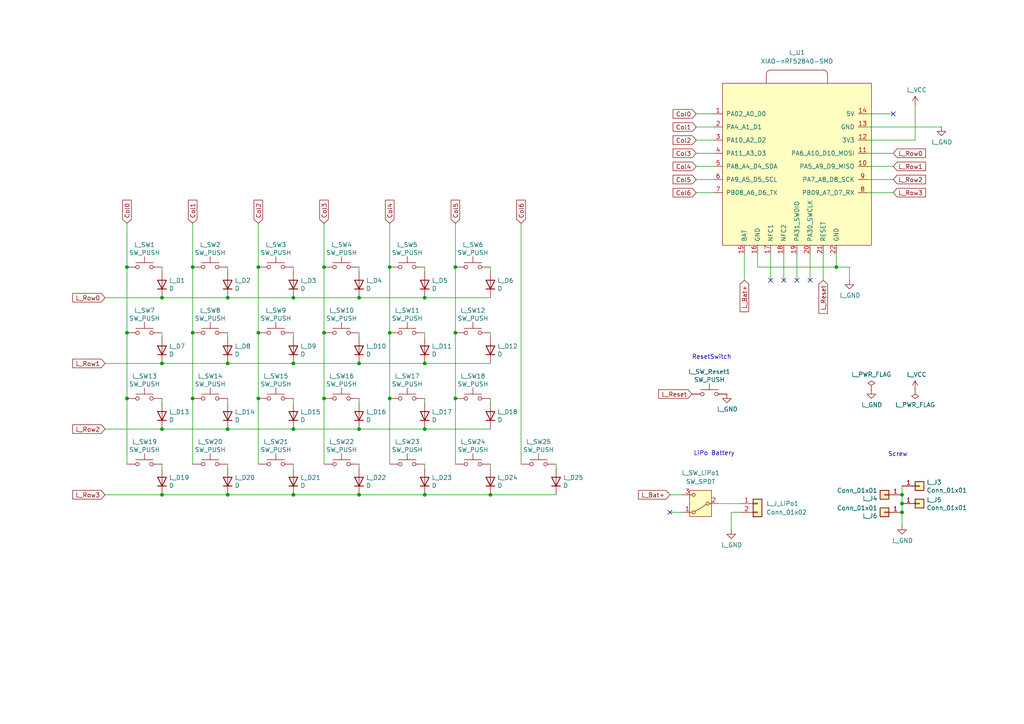
<source format=kicad_sch>
(kicad_sch (version 20231120) (generator "eeschema") (generator_version "8.0")
  (paper "A4")
  (title_block (title "poached_eggs_left") (date "2024-08-18") (rev "0") (company "omuken"))
  (lib_symbols
    (symbol "Connector_Generic:Conn_01x01" (pin_names (offset 1.016) hide)
      (property "Reference" "J" (at 0 2.54 0))
      (property "Value" "Conn_01x01" (at 0 -2.54 0))
      (symbol "Conn_01x01_1_1"
        (rectangle (start -1.27 0.127) (end 0 -0.127) (stroke (width 0.1524)))
        (rectangle (start -1.27 1.27) (end 1.27 -1.27) (stroke (width 0.254)) (fill (type background)))
        (pin passive line (at -5.08 0 0) (length 3.81) (name "Pin_1") (number "1"))
      )
    )
    (symbol "Connector_Generic:Conn_01x02" (pin_names (offset 1.016) hide)
      (property "Reference" "J" (at 0 2.54 0))
      (property "Value" "Conn_01x02" (at 0 -5.08 0))
      (symbol "Conn_01x02_1_1"
        (rectangle (start -1.27 -2.413) (end 0 -2.667) (stroke (width 0.1524)))
        (rectangle (start -1.27 0.127) (end 0 -0.127) (stroke (width 0.1524)))
        (rectangle (start -1.27 1.27) (end 1.27 -3.81) (stroke (width 0.254)) (fill (type background)))
        (pin passive line (at -5.08 0 0) (length 3.81) (name "Pin_1") (number "1"))
        (pin passive line (at -5.08 -2.54 0) (length 3.81) (name "Pin_2") (number "2"))
      )
    )
    (symbol "Device:D" (pin_numbers hide) (pin_names (offset 1.016) hide)
      (property "Reference" "D" (at 0 2.54 0))
      (property "Value" "D" (at 0 -2.54 0))
      (symbol "D_0_1"
        (polyline (pts (xy -1.27 1.27) (xy -1.27 -1.27)) (stroke (width 0.254)))
        (polyline (pts (xy 1.27 0) (xy -1.27 0)))
        (polyline (pts (xy 1.27 1.27) (xy 1.27 -1.27) (xy -1.27 0) (xy 1.27 1.27)) (stroke (width 0.254)))
      )
      (symbol "D_1_1"
        (pin passive line (at -3.81 0 0) (length 2.54) (name "K") (number "1"))
        (pin passive line (at 3.81 0 180) (length 2.54) (name "A") (number "2"))
      )
    )
    (symbol "MCU_SEEED_XIAO_Series:XIAO-nRF52840-SMD" (pin_names (offset 1.016))
      (property "Reference" "U" (at -22.098 21.336 0))
      (property "Value" "XIAO-nRF52840-SMD" (at -11.176 -35.052 0))
      (symbol "XIAO-nRF52840-SMD_1_1"
        (rectangle (start -21.59 20.32) (end 21.59 -26.67) (fill (type background)))
        (arc (start -7.62 24.13) (mid -8.518 23.758) (end -8.89 22.86))
        (polyline (pts (xy -8.89 22.86) (xy -8.89 20.32)))
        (polyline (pts (xy -7.62 24.13) (xy 7.62 24.13)))
        (polyline (pts (xy 8.89 22.86) (xy 8.89 20.32)))
        (arc (start 7.62 24.13) (mid 7.62 24.13) (end 7.62 24.13))
        (arc (start 8.89 22.86) (mid 8.518 23.758) (end 7.62 24.13))
        (arc (start 8.89 22.86) (mid 8.89 22.86) (end 8.89 22.86))
        (pin passive line (at -24.13 11.43 0) (length 2.54) (name "PA02_A0_D0") (number "1"))
        (pin passive line (at 20.32 -3.81 180) (length 2.54) (name "PA5_A9_D9_MISO") (number "10"))
        (pin passive line (at 20.32 0 180) (length 2.54) (name "PA6_A10_D10_MOSI") (number "11"))
        (pin passive line (at 20.32 3.81 180) (length 2.54) (name "3V3") (number "12"))
        (pin passive line (at 20.32 7.62 180) (length 2.54) (name "GND") (number "13"))
        (pin passive line (at 20.32 11.43 180) (length 2.54) (name "5V") (number "14"))
        (pin passive line (at -15.24 -29.21 90) (length 2.54) (name "BAT") (number "15"))
        (pin passive line (at -11.43 -29.21 90) (length 2.54) (name "GND") (number "16"))
        (pin passive line (at -7.62 -29.21 90) (length 2.54) (name "NFC1") (number "17"))
        (pin passive line (at -3.81 -29.21 90) (length 2.54) (name "NFC2") (number "18"))
        (pin passive line (at 0 -29.21 90) (length 2.54) (name "PA31_SWDIO") (number "19"))
        (pin passive line (at -24.13 7.62 0) (length 2.54) (name "PA4_A1_D1") (number "2"))
        (pin passive line (at 3.81 -29.21 90) (length 2.54) (name "PA30_SWCLK") (number "20"))
        (pin passive line (at 7.62 -29.21 90) (length 2.54) (name "RESET") (number "21"))
        (pin passive line (at 11.43 -29.21 90) (length 2.54) (name "GND") (number "22"))
        (pin passive line (at -24.13 3.81 0) (length 2.54) (name "PA10_A2_D2") (number "3"))
        (pin passive line (at -24.13 0 0) (length 2.54) (name "PA11_A3_D3") (number "4"))
        (pin passive line (at -24.13 -3.81 0) (length 2.54) (name "PA8_A4_D4_SDA") (number "5"))
        (pin passive line (at -24.13 -7.62 0) (length 2.54) (name "PA9_A5_D5_SCL") (number "6"))
        (pin passive line (at -24.13 -11.43 0) (length 2.54) (name "PB08_A6_D6_TX") (number "7"))
        (pin passive line (at 20.32 -11.43 180) (length 2.54) (name "PB09_A7_D7_RX") (number "8"))
        (pin passive line (at 20.32 -7.62 180) (length 2.54) (name "PA7_A8_D8_SCK") (number "9"))
      )
    )
    (symbol "Switch:SW_Push" (pin_numbers hide) (pin_names (offset 1.016) hide)
      (property "Reference" "SW" (at 1.27 2.54 0))
      (property "Value" "SW_Push" (at 0 -1.524 0))
      (symbol "SW_Push_0_1"
        (circle (center -2.032 0) (radius 0.508))
        (polyline (pts (xy 0 1.27) (xy 0 3.048)))
        (polyline (pts (xy 2.54 1.27) (xy -2.54 1.27)))
        (circle (center 2.032 0) (radius 0.508))
        (pin passive line (at -5.08 0 0) (length 2.54) (name "1") (number "1"))
        (pin passive line (at 5.08 0 180) (length 2.54) (name "2") (number "2"))
      )
    )
    (symbol "Switch:SW_SPDT" (pin_names (offset 0) hide)
      (property "Reference" "SW" (at 0 5.08 0))
      (property "Value" "SW_SPDT" (at 0 -5.08 0))
      (symbol "SW_SPDT_0_1"
        (circle (center -2.032 0) (radius 0.4572))
        (polyline (pts (xy -1.651 0.254) (xy 1.651 2.286)))
        (circle (center 2.032 -2.54) (radius 0.4572))
        (circle (center 2.032 2.54) (radius 0.4572))
      )
      (symbol "SW_SPDT_1_1"
        (rectangle (start -3.175 3.81) (end 3.175 -3.81) (fill (type background)))
        (pin passive line (at 5.08 2.54 180) (length 2.54) (name "A") (number "1"))
        (pin passive line (at -5.08 0 0) (length 2.54) (name "B") (number "2"))
        (pin passive line (at 5.08 -2.54 180) (length 2.54) (name "C") (number "3"))
      )
    )
    (symbol "power:GND" (power) (pin_numbers hide) (pin_names (offset 0) hide)
      (property "Value" "GND" (at 0 -3.81 0))
      (symbol "GND_0_1"
        (polyline (pts (xy 0 0) (xy 0 -1.27) (xy 1.27 -1.27) (xy 0 -2.54) (xy -1.27 -1.27) (xy 0 -1.27)))
      )
      (symbol "GND_1_1"
        (pin power_in line (at 0 0 270) (length 0) (name "~") (number "1"))
      )
    )
    (symbol "power:PWR_FLAG" (power) (pin_numbers hide) (pin_names (offset 0) hide)
      (property "Value" "PWR_FLAG" (at 0 3.81 0))
      (symbol "PWR_FLAG_0_0"
        (pin power_out line (at 0 0 90) (length 0) (name "~") (number "1"))
      )
      (symbol "PWR_FLAG_0_1"
        (polyline (pts (xy 0 0) (xy 0 1.27) (xy -1.016 1.905) (xy 0 2.54) (xy 1.016 1.905) (xy 0 1.27)))
      )
    )
    (symbol "power:VCC" (power) (pin_numbers hide) (pin_names (offset 0) hide)
      (property "Value" "VCC" (at 0 3.556 0))
      (symbol "VCC_0_1"
        (polyline (pts (xy -0.762 1.27) (xy 0 2.54)))
        (polyline (pts (xy 0 0) (xy 0 2.54)))
        (polyline (pts (xy 0 2.54) (xy 0.762 1.27)))
      )
      (symbol "VCC_1_1"
        (pin power_in line (at 0 0 90) (length 0) (name "~") (number "1"))
      )
    )
  )
  (junction (at 123.19 143.51))
  (junction (at 46.99 124.46))
  (junction (at 113.03 77.47))
  (junction (at 66.04 105.41))
  (junction (at 104.14 105.41))
  (junction (at 46.99 86.36))
  (junction (at 36.83 115.57))
  (junction (at 132.08 115.57))
  (junction (at 113.03 115.57))
  (junction (at 142.24 143.51))
  (junction (at 123.19 124.46))
  (junction (at 36.83 77.47))
  (junction (at 85.09 143.51))
  (junction (at 66.04 86.36))
  (junction (at 74.93 77.47))
  (junction (at 46.99 105.41))
  (junction (at 261.62 146.05))
  (junction (at 55.88 77.47))
  (junction (at 74.93 96.52))
  (junction (at 113.03 96.52))
  (junction (at 104.14 143.51))
  (junction (at 66.04 124.46))
  (junction (at 132.08 77.47))
  (junction (at 104.14 124.46))
  (junction (at 85.09 86.36))
  (junction (at 55.88 96.52))
  (junction (at 104.14 86.36))
  (junction (at 132.08 96.52))
  (junction (at 261.62 148.59))
  (junction (at 261.62 143.51))
  (junction (at 123.19 86.36))
  (junction (at 55.88 115.57))
  (junction (at 85.09 105.41))
  (junction (at 85.09 124.46))
  (junction (at 93.98 115.57))
  (junction (at 93.98 77.47))
  (junction (at 74.93 115.57))
  (junction (at 242.57 77.47))
  (junction (at 123.19 105.41))
  (junction (at 93.98 96.52))
  (junction (at 46.99 143.51))
  (junction (at 36.83 96.52))
  (junction (at 66.04 143.51))
  (no_connect (at 259.08 33.02))
  (no_connect (at 227.33 81.28))
  (no_connect (at 234.95 81.28))
  (no_connect (at 194.31 148.59))
  (no_connect (at 223.52 81.28))
  (no_connect (at 231.14 81.28))
  (wire (pts (xy 142.24 134.62) (xy 142.24 135.89)))
  (wire (pts (xy 46.99 134.62) (xy 46.99 135.89)))
  (wire (pts (xy 66.04 143.51) (xy 85.09 143.51)))
  (wire (pts (xy 113.03 77.47) (xy 113.03 96.52)))
  (wire (pts (xy 238.76 73.66) (xy 238.76 81.28)))
  (wire (pts (xy 234.95 73.66) (xy 234.95 81.28)))
  (wire (pts (xy 85.09 115.57) (xy 85.09 116.84)))
  (wire (pts (xy 93.98 77.47) (xy 93.98 96.52)))
  (wire (pts (xy 113.03 115.57) (xy 113.03 134.62)))
  (wire (pts (xy 223.52 73.66) (xy 223.52 81.28)))
  (wire (pts (xy 46.99 96.52) (xy 46.99 97.79)))
  (wire (pts (xy 46.99 115.57) (xy 46.99 116.84)))
  (wire (pts (xy 104.14 134.62) (xy 104.14 135.89)))
  (wire (pts (xy 251.46 33.02) (xy 259.08 33.02)))
  (wire (pts (xy 46.99 143.51) (xy 66.04 143.51)))
  (wire (pts (xy 46.99 105.41) (xy 66.04 105.41)))
  (wire (pts (xy 251.46 36.83) (xy 273.05 36.83)))
  (wire (pts (xy 55.88 77.47) (xy 55.88 96.52)))
  (wire (pts (xy 36.83 115.57) (xy 36.83 134.62)))
  (wire (pts (xy 93.98 96.52) (xy 93.98 115.57)))
  (wire (pts (xy 201.93 40.64) (xy 207.01 40.64)))
  (wire (pts (xy 161.29 134.62) (xy 161.29 135.89)))
  (wire (pts (xy 46.99 77.47) (xy 46.99 78.74)))
  (wire (pts (xy 212.09 148.59) (xy 214.63 148.59)))
  (wire (pts (xy 30.48 143.51) (xy 46.99 143.51)))
  (wire (pts (xy 242.57 73.66) (xy 242.57 77.47)))
  (wire (pts (xy 30.48 86.36) (xy 46.99 86.36)))
  (wire (pts (xy 123.19 86.36) (xy 142.24 86.36)))
  (wire (pts (xy 55.88 96.52) (xy 55.88 115.57)))
  (wire (pts (xy 142.24 143.51) (xy 161.29 143.51)))
  (wire (pts (xy 85.09 96.52) (xy 85.09 97.79)))
  (wire (pts (xy 104.14 115.57) (xy 104.14 116.84)))
  (wire (pts (xy 201.93 55.88) (xy 207.01 55.88)))
  (wire (pts (xy 74.93 77.47) (xy 74.93 96.52)))
  (wire (pts (xy 104.14 105.41) (xy 123.19 105.41)))
  (wire (pts (xy 246.38 77.47) (xy 246.38 81.28)))
  (wire (pts (xy 123.19 77.47) (xy 123.19 78.74)))
  (wire (pts (xy 74.93 64.77) (xy 74.93 77.47)))
  (wire (pts (xy 66.04 105.41) (xy 85.09 105.41)))
  (wire (pts (xy 66.04 77.47) (xy 66.04 78.74)))
  (wire (pts (xy 265.43 40.64) (xy 265.43 30.48)))
  (wire (pts (xy 93.98 64.77) (xy 93.98 77.47)))
  (wire (pts (xy 201.93 48.26) (xy 207.01 48.26)))
  (wire (pts (xy 85.09 124.46) (xy 104.14 124.46)))
  (wire (pts (xy 104.14 86.36) (xy 123.19 86.36)))
  (wire (pts (xy 132.08 64.77) (xy 132.08 77.47)))
  (wire (pts (xy 85.09 143.51) (xy 104.14 143.51)))
  (wire (pts (xy 46.99 124.46) (xy 66.04 124.46)))
  (wire (pts (xy 85.09 77.47) (xy 85.09 78.74)))
  (wire (pts (xy 85.09 105.41) (xy 104.14 105.41)))
  (wire (pts (xy 194.31 148.59) (xy 198.12 148.59)))
  (wire (pts (xy 246.38 77.47) (xy 242.57 77.47)))
  (wire (pts (xy 123.19 105.41) (xy 142.24 105.41)))
  (wire (pts (xy 66.04 124.46) (xy 85.09 124.46)))
  (wire (pts (xy 142.24 96.52) (xy 142.24 97.79)))
  (wire (pts (xy 74.93 96.52) (xy 74.93 115.57)))
  (wire (pts (xy 46.99 86.36) (xy 66.04 86.36)))
  (wire (pts (xy 66.04 96.52) (xy 66.04 97.79)))
  (wire (pts (xy 251.46 52.07) (xy 259.08 52.07)))
  (wire (pts (xy 36.83 96.52) (xy 36.83 115.57)))
  (wire (pts (xy 104.14 143.51) (xy 123.19 143.51)))
  (wire (pts (xy 132.08 115.57) (xy 132.08 134.62)))
  (wire (pts (xy 142.24 115.57) (xy 142.24 116.84)))
  (wire (pts (xy 66.04 134.62) (xy 66.04 135.89)))
  (wire (pts (xy 142.24 77.47) (xy 142.24 78.74)))
  (wire (pts (xy 208.28 146.05) (xy 214.63 146.05)))
  (wire (pts (xy 55.88 64.77) (xy 55.88 77.47)))
  (wire (pts (xy 212.09 153.67) (xy 212.09 148.59)))
  (wire (pts (xy 219.71 77.47) (xy 242.57 77.47)))
  (wire (pts (xy 85.09 134.62) (xy 85.09 135.89)))
  (wire (pts (xy 113.03 64.77) (xy 113.03 77.47)))
  (wire (pts (xy 30.48 105.41) (xy 46.99 105.41)))
  (wire (pts (xy 261.62 146.05) (xy 261.62 148.59)))
  (wire (pts (xy 201.93 44.45) (xy 207.01 44.45)))
  (wire (pts (xy 85.09 86.36) (xy 104.14 86.36)))
  (wire (pts (xy 36.83 77.47) (xy 36.83 96.52)))
  (wire (pts (xy 201.93 52.07) (xy 207.01 52.07)))
  (wire (pts (xy 219.71 73.66) (xy 219.71 77.47)))
  (wire (pts (xy 74.93 115.57) (xy 74.93 134.62)))
  (wire (pts (xy 104.14 96.52) (xy 104.14 97.79)))
  (wire (pts (xy 261.62 140.97) (xy 261.62 143.51)))
  (wire (pts (xy 201.93 36.83) (xy 207.01 36.83)))
  (wire (pts (xy 251.46 44.45) (xy 259.08 44.45)))
  (wire (pts (xy 261.62 143.51) (xy 261.62 146.05)))
  (wire (pts (xy 36.83 64.77) (xy 36.83 77.47)))
  (wire (pts (xy 55.88 115.57) (xy 55.88 134.62)))
  (wire (pts (xy 123.19 115.57) (xy 123.19 116.84)))
  (wire (pts (xy 123.19 96.52) (xy 123.19 97.79)))
  (wire (pts (xy 261.62 148.59) (xy 261.62 152.4)))
  (wire (pts (xy 30.48 124.46) (xy 46.99 124.46)))
  (wire (pts (xy 104.14 77.47) (xy 104.14 78.74)))
  (wire (pts (xy 231.14 73.66) (xy 231.14 81.28)))
  (wire (pts (xy 123.19 143.51) (xy 142.24 143.51)))
  (wire (pts (xy 201.93 33.02) (xy 207.01 33.02)))
  (wire (pts (xy 251.46 48.26) (xy 259.08 48.26)))
  (wire (pts (xy 66.04 86.36) (xy 85.09 86.36)))
  (wire (pts (xy 132.08 77.47) (xy 132.08 96.52)))
  (wire (pts (xy 251.46 40.64) (xy 265.43 40.64)))
  (wire (pts (xy 104.14 124.46) (xy 123.19 124.46)))
  (wire (pts (xy 93.98 115.57) (xy 93.98 134.62)))
  (wire (pts (xy 194.31 143.51) (xy 198.12 143.51)))
  (wire (pts (xy 215.9 73.66) (xy 215.9 81.28)))
  (wire (pts (xy 123.19 124.46) (xy 142.24 124.46)))
  (wire (pts (xy 113.03 96.52) (xy 113.03 115.57)))
  (wire (pts (xy 66.04 115.57) (xy 66.04 116.84)))
  (wire (pts (xy 151.13 64.77) (xy 151.13 134.62)))
  (wire (pts (xy 251.46 55.88) (xy 259.08 55.88)))
  (wire (pts (xy 227.33 73.66) (xy 227.33 81.28)))
  (wire (pts (xy 123.19 134.62) (xy 123.19 135.89)))
  (wire (pts (xy 132.08 96.52) (xy 132.08 115.57)))
  (text "Screw" (at 257.556 132.588 0) (effects (font (size 1.27 1.27)) (justify left bottom)))
  (text "LiPo Battery" (at 201.168 132.334 0) (effects (font (size 1.27 1.27)) (justify left bottom)))
  (text "ResetSwitch" (at 200.66 104.394 0) (effects (font (size 1.27 1.27)) (justify left bottom)))
  (global_label "Col2" (shape input) (at 74.93 64.77 90) (property "Intersheetrefs" "${INTERSHEET_REFS}" (effects (hide yes))))
  (global_label "Col0" (shape input) (at 36.83 64.77 90) (property "Intersheetrefs" "${INTERSHEET_REFS}" (effects (hide yes))))
  (global_label "L_Bat+" (shape input) (at 215.9 81.28 270) (property "Intersheetrefs" "${INTERSHEET_REFS}" (effects (hide yes))))
  (global_label "L_Reset" (shape input) (at 238.76 81.28 270) (property "Intersheetrefs" "${INTERSHEET_REFS}" (effects (hide yes))))
  (global_label "L_Bat+" (shape input) (at 194.31 143.51 180) (property "Intersheetrefs" "${INTERSHEET_REFS}" (effects (hide yes))))
  (global_label "L_Row3" (shape input) (at 259.08 55.88 0) (property "Intersheetrefs" "${INTERSHEET_REFS}" (effects (hide yes))))
  (global_label "Col5" (shape input) (at 132.08 64.77 90) (property "Intersheetrefs" "${INTERSHEET_REFS}" (effects (hide yes))))
  (global_label "Col4" (shape input) (at 201.93 48.26 180) (property "Intersheetrefs" "${INTERSHEET_REFS}" (effects (hide yes))))
  (global_label "Col1" (shape input) (at 201.93 36.83 180) (property "Intersheetrefs" "${INTERSHEET_REFS}" (effects (hide yes))))
  (global_label "Col5" (shape input) (at 201.93 52.07 180) (property "Intersheetrefs" "${INTERSHEET_REFS}" (effects (hide yes))))
  (global_label "L_Row0" (shape input) (at 259.08 44.45 0) (property "Intersheetrefs" "${INTERSHEET_REFS}" (effects (hide yes))))
  (global_label "Col3" (shape input) (at 201.93 44.45 180) (property "Intersheetrefs" "${INTERSHEET_REFS}" (effects (hide yes))))
  (global_label "L_Row2" (shape input) (at 259.08 52.07 0) (property "Intersheetrefs" "${INTERSHEET_REFS}" (effects (hide yes))))
  (global_label "L_Row1" (shape input) (at 30.48 105.41 180) (property "Intersheetrefs" "${INTERSHEET_REFS}" (effects (hide yes))))
  (global_label "L_Row3" (shape input) (at 30.48 143.51 180) (property "Intersheetrefs" "${INTERSHEET_REFS}" (effects (hide yes))))
  (global_label "L_Row1" (shape input) (at 259.08 48.26 0) (property "Intersheetrefs" "${INTERSHEET_REFS}" (effects (hide yes))))
  (global_label "Col2" (shape input) (at 201.93 40.64 180) (property "Intersheetrefs" "${INTERSHEET_REFS}" (effects (hide yes))))
  (global_label "Col1" (shape input) (at 55.88 64.77 90) (property "Intersheetrefs" "${INTERSHEET_REFS}" (effects (hide yes))))
  (global_label "L_Row2" (shape input) (at 30.48 124.46 180) (property "Intersheetrefs" "${INTERSHEET_REFS}" (effects (hide yes))))
  (global_label "Col6" (shape input) (at 201.93 55.88 180) (property "Intersheetrefs" "${INTERSHEET_REFS}" (effects (hide yes))))
  (global_label "Col0" (shape input) (at 201.93 33.02 180) (property "Intersheetrefs" "${INTERSHEET_REFS}" (effects (hide yes))))
  (global_label "L_Row0" (shape input) (at 30.48 86.36 180) (property "Intersheetrefs" "${INTERSHEET_REFS}" (effects (hide yes))))
  (global_label "Col6" (shape input) (at 151.13 64.77 90) (property "Intersheetrefs" "${INTERSHEET_REFS}" (effects (hide yes))))
  (global_label "Col4" (shape input) (at 113.03 64.77 90) (property "Intersheetrefs" "${INTERSHEET_REFS}" (effects (hide yes))))
  (global_label "L_Reset" (shape input) (at 200.66 114.3 180) (property "Intersheetrefs" "${INTERSHEET_REFS}" (effects (hide yes))))
  (global_label "Col3" (shape input) (at 93.98 64.77 90) (property "Intersheetrefs" "${INTERSHEET_REFS}" (effects (hide yes))))
  (symbol (lib_id "Device:D") (at 85.09 82.55 90) (unit 1)
    (property "Reference" "L_D3" (at 87.0966 81.3816 90) (effects (justify right)))
    (property "Value" "D" (at 87.0966 83.693 90) (effects (justify right)))
    (property "Footprint" "Diode_SMD:D_SOD-323" (effects (hide yes)))
    (property "Datasheet" "https://www.smc-diodes.com/propdf/1N4148W%20N0571%20REV.E.pdf" (effects (hide yes)))
    (property "Description" "https://www.digikey.jp/ja/products/detail/smc-diode-solutions/1N4148W/6022450" (effects (hide yes)))
  )
  (symbol (lib_id "Device:D") (at 85.09 101.6 90) (unit 1)
    (property "Reference" "L_D9" (at 87.0966 100.4316 90) (effects (justify right)))
    (property "Value" "D" (at 87.0966 102.743 90) (effects (justify right)))
    (property "Footprint" "Diode_SMD:D_SOD-323" (effects (hide yes)))
    (property "Datasheet" "https://www.smc-diodes.com/propdf/1N4148W%20N0571%20REV.E.pdf" (effects (hide yes)))
    (property "Description" "https://www.digikey.jp/ja/products/detail/smc-diode-solutions/1N4148W/6022450" (effects (hide yes)))
  )
  (symbol (lib_id "Switch:SW_Push") (at 80.01 115.57 0) (unit 1)
    (property "Reference" "L_SW15" (at 80.01 109.093 0))
    (property "Value" "SW_PUSH" (at 80.01 111.4044 0))
    (property "Footprint" "kbd_SW:Choc_v2_Hotswap_1u_17.5mm" (effects (hide yes)))
  )
  (symbol (lib_id "Switch:SW_Push") (at 60.96 77.47 0) (unit 1)
    (property "Reference" "L_SW2" (at 60.96 70.993 0))
    (property "Value" "SW_PUSH" (at 60.96 73.3044 0))
    (property "Footprint" "kbd_SW:Choc_v2_Hotswap_1u_17.5mm" (effects (hide yes)))
  )
  (symbol (lib_id "Switch:SW_Push") (at 80.01 77.47 0) (unit 1)
    (property "Reference" "L_SW3" (at 80.01 70.993 0))
    (property "Value" "SW_PUSH" (at 80.01 73.3044 0))
    (property "Footprint" "kbd_SW:Choc_v2_Hotswap_1u_17.5mm" (effects (hide yes)))
  )
  (symbol (lib_id "power:VCC") (at 265.43 113.03 0) (unit 1)
    (property "Reference" "#PWR05" (effects (hide yes)))
    (property "Value" "L_VCC" (at 265.8618 108.6358 0))
  )
  (symbol (lib_id "Switch:SW_Push") (at 99.06 77.47 0) (unit 1)
    (property "Reference" "L_SW4" (at 99.06 70.993 0))
    (property "Value" "SW_PUSH" (at 99.06 73.3044 0))
    (property "Footprint" "kbd_SW:Choc_v2_Hotswap_1u_17.5mm" (effects (hide yes)))
  )
  (symbol (lib_id "Connector_Generic:Conn_01x02") (at 219.71 146.05 0) (unit 1)
    (property "Reference" "L_J_LiPo1" (at 222.25 146.0499 0) (effects (justify left)))
    (property "Value" "Conn_01x02" (at 222.25 148.5899 0) (effects (justify left)))
    (property "Footprint" "Connectors_JST:JST_PH_S2B-PH-K_02x2.00mm_Angled_3d_wegg" (effects (hide yes)))
    (property "Datasheet" "https://cdn-shop.adafruit.com/product-files/1489/C1779-001+datasheet.pdf" (effects (hide yes)))
    (property "Description" "Generic connector, single row, 01x02, script generated (kicad-library-utils/schlib/autogen/connector/)" (effects (hide yes)))
  )
  (symbol (lib_id "Device:D") (at 142.24 101.6 90) (unit 1)
    (property "Reference" "L_D12" (at 144.2466 100.4316 90) (effects (justify right)))
    (property "Value" "D" (at 144.2466 102.743 90) (effects (justify right)))
    (property "Footprint" "Diode_SMD:D_SOD-323" (effects (hide yes)))
    (property "Datasheet" "https://www.smc-diodes.com/propdf/1N4148W%20N0571%20REV.E.pdf" (effects (hide yes)))
    (property "Description" "https://www.digikey.jp/ja/products/detail/smc-diode-solutions/1N4148W/6022450" (effects (hide yes)))
  )
  (symbol (lib_id "Device:D") (at 85.09 120.65 90) (unit 1)
    (property "Reference" "L_D15" (at 87.0966 119.4816 90) (effects (justify right)))
    (property "Value" "D" (at 87.0966 121.793 90) (effects (justify right)))
    (property "Footprint" "Diode_SMD:D_SOD-323" (effects (hide yes)))
    (property "Datasheet" "https://www.smc-diodes.com/propdf/1N4148W%20N0571%20REV.E.pdf" (effects (hide yes)))
    (property "Description" "https://www.digikey.jp/ja/products/detail/smc-diode-solutions/1N4148W/6022450" (effects (hide yes)))
  )
  (symbol (lib_id "Switch:SW_Push") (at 41.91 96.52 0) (unit 1)
    (property "Reference" "L_SW7" (at 41.91 90.043 0))
    (property "Value" "SW_PUSH" (at 41.91 92.3544 0))
    (property "Footprint" "kbd_SW:Choc_v2_Hotswap_1u_17.5mm" (effects (hide yes)))
  )
  (symbol (lib_id "Switch:SW_Push") (at 118.11 77.47 0) (unit 1)
    (property "Reference" "L_SW5" (at 118.11 70.993 0))
    (property "Value" "SW_PUSH" (at 118.11 73.3044 0))
    (property "Footprint" "kbd_SW:Choc_v2_Hotswap_1u_17.5mm" (effects (hide yes)))
  )
  (symbol (lib_id "power:PWR_FLAG") (at 265.43 113.03 180) (unit 1)
    (property "Reference" "#FLG02" (effects (hide yes)))
    (property "Value" "L_PWR_FLAG" (at 265.43 117.4242 0))
  )
  (symbol (lib_id "Switch:SW_Push") (at 99.06 134.62 0) (unit 1)
    (property "Reference" "L_SW22" (at 99.06 128.143 0))
    (property "Value" "SW_PUSH" (at 99.06 130.4544 0))
    (property "Footprint" "kbd_SW:Choc_v2_Hotswap_1u_17.5mm" (effects (hide yes)))
  )
  (symbol (lib_id "power:GND") (at 212.09 153.67 0) (unit 1)
    (property "Reference" "#PWR06" (effects (hide yes)))
    (property "Value" "L_GND" (at 212.217 158.0642 0))
  )
  (symbol (lib_id "Switch:SW_Push") (at 60.96 134.62 0) (unit 1)
    (property "Reference" "L_SW20" (at 60.96 128.143 0))
    (property "Value" "SW_PUSH" (at 60.96 130.4544 0))
    (property "Footprint" "kbd_SW:Choc_v2_Hotswap_1u_17.5mm" (effects (hide yes)))
  )
  (symbol (lib_id "Device:D") (at 66.04 82.55 90) (unit 1)
    (property "Reference" "L_D2" (at 68.0466 81.3816 90) (effects (justify right)))
    (property "Value" "D" (at 68.0466 83.693 90) (effects (justify right)))
    (property "Footprint" "Diode_SMD:D_SOD-323" (effects (hide yes)))
    (property "Datasheet" "https://www.smc-diodes.com/propdf/1N4148W%20N0571%20REV.E.pdf" (effects (hide yes)))
    (property "Description" "https://www.digikey.jp/ja/products/detail/smc-diode-solutions/1N4148W/6022450" (effects (hide yes)))
  )
  (symbol (lib_id "power:GND") (at 210.82 114.3 0) (unit 1)
    (property "Reference" "#PWR07" (effects (hide yes)))
    (property "Value" "L_GND" (at 210.947 118.6942 0))
  )
  (symbol (lib_id "power:GND") (at 246.38 81.28 0) (unit 1)
    (property "Reference" "#PWR01" (effects (hide yes)))
    (property "Value" "L_GND" (at 246.507 85.6742 0))
  )
  (symbol (lib_id "Device:D") (at 104.14 120.65 90) (unit 1)
    (property "Reference" "L_D16" (at 106.1466 119.4816 90) (effects (justify right)))
    (property "Value" "D" (at 106.1466 121.793 90) (effects (justify right)))
    (property "Footprint" "Diode_SMD:D_SOD-323" (effects (hide yes)))
    (property "Datasheet" "https://www.smc-diodes.com/propdf/1N4148W%20N0571%20REV.E.pdf" (effects (hide yes)))
    (property "Description" "https://www.digikey.jp/ja/products/detail/smc-diode-solutions/1N4148W/6022450" (effects (hide yes)))
  )
  (symbol (lib_id "Switch:SW_Push") (at 118.11 134.62 0) (unit 1)
    (property "Reference" "L_SW23" (at 118.11 128.143 0))
    (property "Value" "SW_PUSH" (at 118.11 130.4544 0))
    (property "Footprint" "kbd_SW:Choc_v2_Hotswap_1u_17.5mm" (effects (hide yes)))
  )
  (symbol (lib_id "Switch:SW_Push") (at 41.91 134.62 0) (unit 1)
    (property "Reference" "L_SW19" (at 41.91 128.143 0))
    (property "Value" "SW_PUSH" (at 41.91 130.4544 0))
    (property "Footprint" "kbd_SW:Choc_v2_Hotswap_1u_17.5mm" (effects (hide yes)))
  )
  (symbol (lib_id "Switch:SW_Push") (at 137.16 115.57 0) (unit 1)
    (property "Reference" "L_SW18" (at 137.16 109.093 0))
    (property "Value" "SW_PUSH" (at 137.16 111.4044 0))
    (property "Footprint" "kbd_SW:Choc_v2_Hotswap_1u_17.5mm" (effects (hide yes)))
  )
  (symbol (lib_id "Switch:SW_Push") (at 41.91 115.57 0) (unit 1)
    (property "Reference" "L_SW13" (at 41.91 109.093 0))
    (property "Value" "SW_PUSH" (at 41.91 111.4044 0))
    (property "Footprint" "kbd_SW:Choc_v2_Hotswap_1u_17.5mm" (effects (hide yes)))
  )
  (symbol (lib_id "power:PWR_FLAG") (at 252.73 113.03 0) (unit 1)
    (property "Reference" "#FLG01" (effects (hide yes)))
    (property "Value" "L_PWR_FLAG" (at 252.73 108.6104 0))
  )
  (symbol (lib_id "Switch:SW_Push") (at 80.01 96.52 0) (unit 1)
    (property "Reference" "L_SW9" (at 80.01 90.043 0))
    (property "Value" "SW_PUSH" (at 80.01 92.3544 0))
    (property "Footprint" "kbd_SW:Choc_v2_Hotswap_1u_17.5mm" (effects (hide yes)))
  )
  (symbol (lib_id "Device:D") (at 66.04 120.65 90) (unit 1)
    (property "Reference" "L_D14" (at 68.0466 119.4816 90) (effects (justify right)))
    (property "Value" "D" (at 68.0466 121.793 90) (effects (justify right)))
    (property "Footprint" "Diode_SMD:D_SOD-323" (effects (hide yes)))
    (property "Datasheet" "https://www.smc-diodes.com/propdf/1N4148W%20N0571%20REV.E.pdf" (effects (hide yes)))
    (property "Description" "https://www.digikey.jp/ja/products/detail/smc-diode-solutions/1N4148W/6022450" (effects (hide yes)))
  )
  (symbol (lib_id "Device:D") (at 123.19 120.65 90) (unit 1)
    (property "Reference" "L_D17" (at 125.1966 119.4816 90) (effects (justify right)))
    (property "Value" "D" (at 125.1966 121.793 90) (effects (justify right)))
    (property "Footprint" "Diode_SMD:D_SOD-323" (effects (hide yes)))
    (property "Datasheet" "https://www.smc-diodes.com/propdf/1N4148W%20N0571%20REV.E.pdf" (effects (hide yes)))
    (property "Description" "https://www.digikey.jp/ja/products/detail/smc-diode-solutions/1N4148W/6022450" (effects (hide yes)))
  )
  (symbol (lib_id "Device:D") (at 123.19 139.7 90) (unit 1)
    (property "Reference" "L_D23" (at 125.1966 138.5316 90) (effects (justify right)))
    (property "Value" "D" (at 125.1966 140.843 90) (effects (justify right)))
    (property "Footprint" "Diode_SMD:D_SOD-323" (effects (hide yes)))
    (property "Datasheet" "https://www.smc-diodes.com/propdf/1N4148W%20N0571%20REV.E.pdf" (effects (hide yes)))
    (property "Description" "https://www.digikey.jp/ja/products/detail/smc-diode-solutions/1N4148W/6022450" (effects (hide yes)))
  )
  (symbol (lib_id "Switch:SW_Push") (at 60.96 115.57 0) (unit 1)
    (property "Reference" "L_SW14" (at 60.96 109.093 0))
    (property "Value" "SW_PUSH" (at 60.96 111.4044 0))
    (property "Footprint" "kbd_SW:Choc_v2_Hotswap_1u_17.5mm" (effects (hide yes)))
  )
  (symbol (lib_id "Connector_Generic:Conn_01x01") (at 256.54 143.51 180) (unit 1) (in_bom no)
    (property "Reference" "L_J4" (at 254.508 144.5768 0) (effects (justify left)))
    (property "Value" "Conn_01x01" (at 254.508 142.2654 0) (effects (justify left)))
    (property "Footprint" "MountingHole:MountingHole_2.2mm_M2_ISO7380_Pad" (effects (hide yes)))
  )
  (symbol (lib_id "Device:D") (at 85.09 139.7 90) (unit 1)
    (property "Reference" "L_D21" (at 87.0966 138.5316 90) (effects (justify right)))
    (property "Value" "D" (at 87.0966 140.843 90) (effects (justify right)))
    (property "Footprint" "Diode_SMD:D_SOD-323" (effects (hide yes)))
    (property "Datasheet" "https://www.smc-diodes.com/propdf/1N4148W%20N0571%20REV.E.pdf" (effects (hide yes)))
    (property "Description" "https://www.digikey.jp/ja/products/detail/smc-diode-solutions/1N4148W/6022450" (effects (hide yes)))
  )
  (symbol (lib_id "Switch:SW_Push") (at 80.01 134.62 0) (unit 1)
    (property "Reference" "L_SW21" (at 80.01 128.143 0))
    (property "Value" "SW_PUSH" (at 80.01 130.4544 0))
    (property "Footprint" "kbd_SW:Choc_v2_Hotswap_1u_17.5mm" (effects (hide yes)))
  )
  (symbol (lib_id "Device:D") (at 142.24 120.65 90) (unit 1)
    (property "Reference" "L_D18" (at 144.2466 119.4816 90) (effects (justify right)))
    (property "Value" "D" (at 144.2466 121.793 90) (effects (justify right)))
    (property "Footprint" "Diode_SMD:D_SOD-323" (effects (hide yes)))
    (property "Datasheet" "https://www.smc-diodes.com/propdf/1N4148W%20N0571%20REV.E.pdf" (effects (hide yes)))
    (property "Description" "https://www.digikey.jp/ja/products/detail/smc-diode-solutions/1N4148W/6022450" (effects (hide yes)))
  )
  (symbol (lib_id "Switch:SW_Push") (at 137.16 134.62 0) (unit 1)
    (property "Reference" "L_SW24" (at 137.16 128.143 0))
    (property "Value" "SW_PUSH" (at 137.16 130.4544 0))
    (property "Footprint" "kbd_SW:Choc_v2_Hotswap_1u_17.5mm" (effects (hide yes)))
  )
  (symbol (lib_id "Switch:SW_Push") (at 41.91 77.47 0) (unit 1)
    (property "Reference" "L_SW1" (at 41.91 70.993 0))
    (property "Value" "SW_PUSH" (at 41.91 73.3044 0))
    (property "Footprint" "kbd_SW:Choc_v2_Hotswap_1u_17.5mm" (effects (hide yes)))
  )
  (symbol (lib_id "Switch:SW_Push") (at 137.16 77.47 0) (unit 1)
    (property "Reference" "L_SW6" (at 137.16 70.993 0))
    (property "Value" "SW_PUSH" (at 137.16 73.3044 0))
    (property "Footprint" "kbd_SW:Choc_v2_Hotswap_1u_17.5mm" (effects (hide yes)))
  )
  (symbol (lib_id "Switch:SW_Push") (at 118.11 96.52 0) (unit 1)
    (property "Reference" "L_SW11" (at 118.11 90.043 0))
    (property "Value" "SW_PUSH" (at 118.11 92.3544 0))
    (property "Footprint" "kbd_SW:Choc_v2_Hotswap_1u_17.5mm" (effects (hide yes)))
  )
  (symbol (lib_id "Device:D") (at 104.14 101.6 90) (unit 1)
    (property "Reference" "L_D10" (at 106.1466 100.4316 90) (effects (justify right)))
    (property "Value" "D" (at 106.1466 102.743 90) (effects (justify right)))
    (property "Footprint" "Diode_SMD:D_SOD-323" (effects (hide yes)))
    (property "Datasheet" "https://www.smc-diodes.com/propdf/1N4148W%20N0571%20REV.E.pdf" (effects (hide yes)))
    (property "Description" "https://www.digikey.jp/ja/products/detail/smc-diode-solutions/1N4148W/6022450" (effects (hide yes)))
  )
  (symbol (lib_id "Switch:SW_Push") (at 137.16 96.52 0) (unit 1)
    (property "Reference" "L_SW12" (at 137.16 90.043 0))
    (property "Value" "SW_PUSH" (at 137.16 92.3544 0))
    (property "Footprint" "kbd_SW:Choc_v2_Hotswap_1u_17.5mm" (effects (hide yes)))
  )
  (symbol (lib_id "power:VCC") (at 265.43 30.48 0) (unit 1)
    (property "Reference" "#PWR02" (effects (hide yes)))
    (property "Value" "L_VCC" (at 265.8618 26.0858 0))
  )
  (symbol (lib_id "Device:D") (at 46.99 101.6 90) (unit 1)
    (property "Reference" "L_D7" (at 48.9966 100.4316 90) (effects (justify right)))
    (property "Value" "D" (at 48.9966 102.743 90) (effects (justify right)))
    (property "Footprint" "Diode_SMD:D_SOD-323" (effects (hide yes)))
    (property "Datasheet" "https://www.smc-diodes.com/propdf/1N4148W%20N0571%20REV.E.pdf" (effects (hide yes)))
    (property "Description" "https://www.digikey.jp/ja/products/detail/smc-diode-solutions/1N4148W/6022450" (effects (hide yes)))
  )
  (symbol (lib_id "Switch:SW_Push") (at 156.21 134.62 0) (unit 1)
    (property "Reference" "L_SW25" (at 156.21 128.143 0))
    (property "Value" "SW_PUSH" (at 156.21 130.4544 0))
    (property "Footprint" "kbd_SW:Choc_v2_Hotswap_1u_17.5mm" (effects (hide yes)))
  )
  (symbol (lib_id "Connector_Generic:Conn_01x01") (at 266.7 146.05 0) (unit 1) (in_bom no)
    (property "Reference" "L_J5" (at 268.732 144.9832 0) (effects (justify left)))
    (property "Value" "Conn_01x01" (at 268.732 147.2946 0) (effects (justify left)))
    (property "Footprint" "MountingHole:MountingHole_2.2mm_M2_ISO7380_Pad" (effects (hide yes)))
  )
  (symbol (lib_id "Device:D") (at 46.99 139.7 90) (unit 1)
    (property "Reference" "L_D19" (at 48.9966 138.5316 90) (effects (justify right)))
    (property "Value" "D" (at 48.9966 140.843 90) (effects (justify right)))
    (property "Footprint" "Diode_SMD:D_SOD-323" (effects (hide yes)))
    (property "Datasheet" "https://www.smc-diodes.com/propdf/1N4148W%20N0571%20REV.E.pdf" (effects (hide yes)))
    (property "Description" "https://www.digikey.jp/ja/products/detail/smc-diode-solutions/1N4148W/6022450" (effects (hide yes)))
  )
  (symbol (lib_id "Switch:SW_Push") (at 205.74 114.3 0) (unit 1)
    (property "Reference" "L_SW_Reset1" (at 205.74 107.823 0))
    (property "Value" "SW_PUSH" (at 205.74 110.1344 0))
    (property "Footprint" "Button_Switch_THT:SW_PUSH_1P1T_6x3.5mm_H4.3_APEM_MJTP1243_3d" (effects (hide yes)))
  )
  (symbol (lib_id "Switch:SW_Push") (at 99.06 115.57 0) (unit 1)
    (property "Reference" "L_SW16" (at 99.06 109.093 0))
    (property "Value" "SW_PUSH" (at 99.06 111.4044 0))
    (property "Footprint" "kbd_SW:Choc_v2_Hotswap_1u_17.5mm" (effects (hide yes)))
  )
  (symbol (lib_id "Device:D") (at 66.04 139.7 90) (unit 1)
    (property "Reference" "L_D20" (at 68.0466 138.5316 90) (effects (justify right)))
    (property "Value" "D" (at 68.0466 140.843 90) (effects (justify right)))
    (property "Footprint" "Diode_SMD:D_SOD-323" (effects (hide yes)))
    (property "Datasheet" "https://www.smc-diodes.com/propdf/1N4148W%20N0571%20REV.E.pdf" (effects (hide yes)))
    (property "Description" "https://www.digikey.jp/ja/products/detail/smc-diode-solutions/1N4148W/6022450" (effects (hide yes)))
  )
  (symbol (lib_id "Device:D") (at 46.99 120.65 90) (unit 1)
    (property "Reference" "L_D13" (at 48.9966 119.4816 90) (effects (justify right)))
    (property "Value" "D" (at 48.9966 121.793 90) (effects (justify right)))
    (property "Footprint" "Diode_SMD:D_SOD-323" (effects (hide yes)))
    (property "Datasheet" "https://www.smc-diodes.com/propdf/1N4148W%20N0571%20REV.E.pdf" (effects (hide yes)))
    (property "Description" "https://www.digikey.jp/ja/products/detail/smc-diode-solutions/1N4148W/6022450" (effects (hide yes)))
  )
  (symbol (lib_id "Device:D") (at 66.04 101.6 90) (unit 1)
    (property "Reference" "L_D8" (at 68.0466 100.4316 90) (effects (justify right)))
    (property "Value" "D" (at 68.0466 102.743 90) (effects (justify right)))
    (property "Footprint" "Diode_SMD:D_SOD-323" (effects (hide yes)))
    (property "Datasheet" "https://www.smc-diodes.com/propdf/1N4148W%20N0571%20REV.E.pdf" (effects (hide yes)))
    (property "Description" "https://www.digikey.jp/ja/products/detail/smc-diode-solutions/1N4148W/6022450" (effects (hide yes)))
  )
  (symbol (lib_id "Device:D") (at 104.14 82.55 90) (unit 1)
    (property "Reference" "L_D4" (at 106.1466 81.3816 90) (effects (justify right)))
    (property "Value" "D" (at 106.1466 83.693 90) (effects (justify right)))
    (property "Footprint" "Diode_SMD:D_SOD-323" (effects (hide yes)))
    (property "Datasheet" "https://www.smc-diodes.com/propdf/1N4148W%20N0571%20REV.E.pdf" (effects (hide yes)))
    (property "Description" "https://www.digikey.jp/ja/products/detail/smc-diode-solutions/1N4148W/6022450" (effects (hide yes)))
  )
  (symbol (lib_id "Device:D") (at 123.19 82.55 90) (unit 1)
    (property "Reference" "L_D5" (at 125.1966 81.3816 90) (effects (justify right)))
    (property "Value" "D" (at 125.1966 83.693 90) (effects (justify right)))
    (property "Footprint" "Diode_SMD:D_SOD-323" (effects (hide yes)))
    (property "Datasheet" "https://www.smc-diodes.com/propdf/1N4148W%20N0571%20REV.E.pdf" (effects (hide yes)))
    (property "Description" "https://www.digikey.jp/ja/products/detail/smc-diode-solutions/1N4148W/6022450" (effects (hide yes)))
  )
  (symbol (lib_id "Device:D") (at 142.24 139.7 90) (unit 1)
    (property "Reference" "L_D24" (at 144.2466 138.5316 90) (effects (justify right)))
    (property "Value" "D" (at 144.2466 140.843 90) (effects (justify right)))
    (property "Footprint" "Diode_SMD:D_SOD-323" (effects (hide yes)))
    (property "Datasheet" "https://www.smc-diodes.com/propdf/1N4148W%20N0571%20REV.E.pdf" (effects (hide yes)))
    (property "Description" "https://www.digikey.jp/ja/products/detail/smc-diode-solutions/1N4148W/6022450" (effects (hide yes)))
  )
  (symbol (lib_id "Device:D") (at 142.24 82.55 90) (unit 1)
    (property "Reference" "L_D6" (at 144.2466 81.3816 90) (effects (justify right)))
    (property "Value" "D" (at 144.2466 83.693 90) (effects (justify right)))
    (property "Footprint" "Diode_SMD:D_SOD-323" (effects (hide yes)))
    (property "Datasheet" "https://www.smc-diodes.com/propdf/1N4148W%20N0571%20REV.E.pdf" (effects (hide yes)))
    (property "Description" "https://www.digikey.jp/ja/products/detail/smc-diode-solutions/1N4148W/6022450" (effects (hide yes)))
  )
  (symbol (lib_id "Switch:SW_Push") (at 60.96 96.52 0) (unit 1)
    (property "Reference" "L_SW8" (at 60.96 90.043 0))
    (property "Value" "SW_PUSH" (at 60.96 92.3544 0))
    (property "Footprint" "kbd_SW:Choc_v2_Hotswap_1u_17.5mm" (effects (hide yes)))
  )
  (symbol (lib_id "Device:D") (at 161.29 139.7 90) (unit 1)
    (property "Reference" "L_D25" (at 163.2966 138.5316 90) (effects (justify right)))
    (property "Value" "D" (at 163.2966 140.843 90) (effects (justify right)))
    (property "Footprint" "Diode_SMD:D_SOD-323" (effects (hide yes)))
    (property "Datasheet" "https://www.smc-diodes.com/propdf/1N4148W%20N0571%20REV.E.pdf" (effects (hide yes)))
    (property "Description" "https://www.digikey.jp/ja/products/detail/smc-diode-solutions/1N4148W/6022450" (effects (hide yes)))
  )
  (symbol (lib_id "Connector_Generic:Conn_01x01") (at 266.7 140.97 0) (unit 1) (in_bom no)
    (property "Reference" "L_J3" (at 268.732 139.9032 0) (effects (justify left)))
    (property "Value" "Conn_01x01" (at 268.732 142.2146 0) (effects (justify left)))
    (property "Footprint" "MountingHole:MountingHole_2.2mm_M2_ISO7380_Pad" (effects (hide yes)))
  )
  (symbol (lib_id "power:GND") (at 261.62 152.4 0) (unit 1)
    (property "Reference" "#PWR08" (effects (hide yes)))
    (property "Value" "L_GND" (at 261.747 156.7942 0))
  )
  (symbol (lib_id "Device:D") (at 104.14 139.7 90) (unit 1)
    (property "Reference" "L_D22" (at 106.1466 138.5316 90) (effects (justify right)))
    (property "Value" "D" (at 106.1466 140.843 90) (effects (justify right)))
    (property "Footprint" "Diode_SMD:D_SOD-323" (effects (hide yes)))
    (property "Datasheet" "https://www.smc-diodes.com/propdf/1N4148W%20N0571%20REV.E.pdf" (effects (hide yes)))
    (property "Description" "https://www.digikey.jp/ja/products/detail/smc-diode-solutions/1N4148W/6022450" (effects (hide yes)))
  )
  (symbol (lib_id "Switch:SW_Push") (at 99.06 96.52 0) (unit 1)
    (property "Reference" "L_SW10" (at 99.06 90.043 0))
    (property "Value" "SW_PUSH" (at 99.06 92.3544 0))
    (property "Footprint" "kbd_SW:Choc_v2_Hotswap_1u_17.5mm" (effects (hide yes)))
  )
  (symbol (lib_id "power:GND") (at 273.05 36.83 0) (unit 1)
    (property "Reference" "#PWR09" (effects (hide yes)))
    (property "Value" "L_GND" (at 273.177 41.2242 0))
  )
  (symbol (lib_id "MCU_SEEED_XIAO_Series:XIAO-nRF52840-SMD") (at 231.14 44.45 0) (unit 1)
    (property "Reference" "L_U1" (at 231.14 15.24 0))
    (property "Value" "XIAO-nRF52840-SMD" (at 231.14 17.78 0))
    (property "Footprint" "SeeedStudio_XIAO_nRF52840_v1.1_KiCAD:XIAO-nRF52840-SMD_via" (effects (hide yes)))
    (property "Datasheet" "https://files.seeedstudio.com/wiki/XIAO-BLE/nRF52840_PS_v1.5.pdf" (effects (hide yes)))
  )
  (symbol (lib_id "Switch:SW_SPDT") (at 203.2 146.05 180) (unit 1)
    (property "Reference" "L_SW_LiPo1" (at 203.2 137.16 0))
    (property "Value" "SW_SPDT" (at 203.2 139.7 0))
    (property "Footprint" "Button_Switch_THT:SW_Slide_SPDT_Angled_CK_OS102011MA1Q" (effects (hide yes)))
    (property "Datasheet" "https://www.mouser.jp/datasheet/2/15/SSAJ-1370983.pdf" (effects (hide yes)))
    (property "Description" "Switch, single pole double throw" (effects (hide yes)))
  )
  (symbol (lib_id "power:GND") (at 252.73 113.03 0) (unit 1)
    (property "Reference" "#PWR04" (effects (hide yes)))
    (property "Value" "L_GND" (at 252.857 117.4242 0))
  )
  (symbol (lib_id "Switch:SW_Push") (at 118.11 115.57 0) (unit 1)
    (property "Reference" "L_SW17" (at 118.11 109.093 0))
    (property "Value" "SW_PUSH" (at 118.11 111.4044 0))
    (property "Footprint" "kbd_SW:Choc_v2_Hotswap_1u_17.5mm" (effects (hide yes)))
  )
  (symbol (lib_id "Device:D") (at 123.19 101.6 90) (unit 1)
    (property "Reference" "L_D11" (at 125.1966 100.4316 90) (effects (justify right)))
    (property "Value" "D" (at 125.1966 102.743 90) (effects (justify right)))
    (property "Footprint" "Diode_SMD:D_SOD-323" (effects (hide yes)))
    (property "Datasheet" "https://www.smc-diodes.com/propdf/1N4148W%20N0571%20REV.E.pdf" (effects (hide yes)))
    (property "Description" "https://www.digikey.jp/ja/products/detail/smc-diode-solutions/1N4148W/6022450" (effects (hide yes)))
  )
  (symbol (lib_id "Device:D") (at 46.99 82.55 90) (unit 1)
    (property "Reference" "L_D1" (at 48.9966 81.3816 90) (effects (justify right)))
    (property "Value" "D" (at 48.9966 83.693 90) (effects (justify right)))
    (property "Footprint" "Diode_SMD:D_SOD-323" (effects (hide yes)))
    (property "Datasheet" "https://www.smc-diodes.com/propdf/1N4148W%20N0571%20REV.E.pdf" (effects (hide yes)))
    (property "Description" "https://www.digikey.jp/ja/products/detail/smc-diode-solutions/1N4148W/6022450" (effects (hide yes)))
  )
  (symbol (lib_id "Connector_Generic:Conn_01x01") (at 256.54 148.59 180) (unit 1) (in_bom no)
    (property "Reference" "L_J6" (at 254.508 149.6568 0) (effects (justify left)))
    (property "Value" "Conn_01x01" (at 254.508 147.3454 0) (effects (justify left)))
    (property "Footprint" "MountingHole:MountingHole_2.2mm_M2_ISO7380_Pad" (effects (hide yes)))
  )
)
</source>
